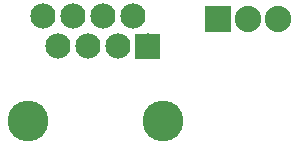
<source format=gbs>
G04 MADE WITH FRITZING*
G04 WWW.FRITZING.ORG*
G04 DOUBLE SIDED*
G04 HOLES PLATED*
G04 CONTOUR ON CENTER OF CONTOUR VECTOR*
%ASAXBY*%
%FSLAX23Y23*%
%MOIN*%
%OFA0B0*%
%SFA1.0B1.0*%
%ADD10C,0.088000*%
%ADD11C,0.084000*%
%ADD12C,0.135984*%
%ADD13R,0.088000X0.088000*%
%ADD14R,0.001000X0.001000*%
%LNMASK0*%
G90*
G70*
G54D10*
X728Y467D03*
X828Y467D03*
X928Y467D03*
G54D11*
X143Y475D03*
X193Y375D03*
X243Y475D03*
X343Y475D03*
X443Y475D03*
X293Y375D03*
X393Y375D03*
X493Y375D03*
G54D12*
X543Y125D03*
X93Y125D03*
G54D11*
X143Y475D03*
X193Y375D03*
X243Y475D03*
X343Y475D03*
X443Y475D03*
X293Y375D03*
X393Y375D03*
X493Y375D03*
G54D12*
X543Y125D03*
X93Y125D03*
G54D13*
X728Y467D03*
G54D14*
X451Y416D02*
X534Y416D01*
X451Y415D02*
X534Y415D01*
X451Y414D02*
X534Y414D01*
X451Y413D02*
X534Y413D01*
X451Y412D02*
X534Y412D01*
X451Y411D02*
X534Y411D01*
X451Y410D02*
X534Y410D01*
X451Y409D02*
X534Y409D01*
X451Y408D02*
X534Y408D01*
X451Y407D02*
X534Y407D01*
X451Y406D02*
X534Y406D01*
X451Y405D02*
X534Y405D01*
X451Y404D02*
X534Y404D01*
X451Y403D02*
X534Y403D01*
X451Y402D02*
X534Y402D01*
X451Y401D02*
X534Y401D01*
X451Y400D02*
X534Y400D01*
X451Y399D02*
X534Y399D01*
X451Y398D02*
X534Y398D01*
X451Y397D02*
X534Y397D01*
X451Y396D02*
X534Y396D01*
X451Y395D02*
X534Y395D01*
X451Y394D02*
X534Y394D01*
X451Y393D02*
X534Y393D01*
X451Y392D02*
X534Y392D01*
X451Y391D02*
X534Y391D01*
X451Y390D02*
X534Y390D01*
X451Y389D02*
X487Y389D01*
X497Y389D02*
X534Y389D01*
X451Y388D02*
X485Y388D01*
X499Y388D02*
X534Y388D01*
X451Y387D02*
X483Y387D01*
X501Y387D02*
X534Y387D01*
X451Y386D02*
X482Y386D01*
X502Y386D02*
X534Y386D01*
X451Y385D02*
X481Y385D01*
X503Y385D02*
X534Y385D01*
X451Y384D02*
X480Y384D01*
X504Y384D02*
X534Y384D01*
X451Y383D02*
X479Y383D01*
X505Y383D02*
X534Y383D01*
X451Y382D02*
X479Y382D01*
X506Y382D02*
X534Y382D01*
X451Y381D02*
X478Y381D01*
X506Y381D02*
X534Y381D01*
X451Y380D02*
X478Y380D01*
X507Y380D02*
X534Y380D01*
X451Y379D02*
X478Y379D01*
X507Y379D02*
X534Y379D01*
X451Y378D02*
X477Y378D01*
X507Y378D02*
X534Y378D01*
X451Y377D02*
X477Y377D01*
X507Y377D02*
X534Y377D01*
X451Y376D02*
X477Y376D01*
X507Y376D02*
X534Y376D01*
X451Y375D02*
X477Y375D01*
X507Y375D02*
X534Y375D01*
X451Y374D02*
X477Y374D01*
X507Y374D02*
X534Y374D01*
X451Y373D02*
X477Y373D01*
X507Y373D02*
X534Y373D01*
X451Y372D02*
X477Y372D01*
X507Y372D02*
X534Y372D01*
X451Y371D02*
X478Y371D01*
X507Y371D02*
X534Y371D01*
X451Y370D02*
X478Y370D01*
X507Y370D02*
X534Y370D01*
X451Y369D02*
X478Y369D01*
X506Y369D02*
X534Y369D01*
X451Y368D02*
X479Y368D01*
X506Y368D02*
X534Y368D01*
X451Y367D02*
X479Y367D01*
X505Y367D02*
X534Y367D01*
X451Y366D02*
X480Y366D01*
X504Y366D02*
X534Y366D01*
X451Y365D02*
X481Y365D01*
X503Y365D02*
X534Y365D01*
X451Y364D02*
X482Y364D01*
X502Y364D02*
X534Y364D01*
X451Y363D02*
X483Y363D01*
X501Y363D02*
X534Y363D01*
X451Y362D02*
X485Y362D01*
X500Y362D02*
X534Y362D01*
X451Y361D02*
X487Y361D01*
X497Y361D02*
X534Y361D01*
X451Y360D02*
X534Y360D01*
X451Y359D02*
X534Y359D01*
X451Y358D02*
X534Y358D01*
X451Y357D02*
X534Y357D01*
X451Y356D02*
X534Y356D01*
X451Y355D02*
X534Y355D01*
X451Y354D02*
X534Y354D01*
X451Y353D02*
X534Y353D01*
X451Y352D02*
X534Y352D01*
X451Y351D02*
X534Y351D01*
X451Y350D02*
X534Y350D01*
X451Y349D02*
X534Y349D01*
X451Y348D02*
X534Y348D01*
X451Y347D02*
X534Y347D01*
X451Y346D02*
X534Y346D01*
X451Y345D02*
X534Y345D01*
X451Y344D02*
X534Y344D01*
X451Y343D02*
X534Y343D01*
X451Y342D02*
X534Y342D01*
X451Y341D02*
X534Y341D01*
X451Y340D02*
X534Y340D01*
X451Y339D02*
X534Y339D01*
X451Y338D02*
X534Y338D01*
X451Y337D02*
X534Y337D01*
X451Y336D02*
X534Y336D01*
X451Y335D02*
X534Y335D01*
X451Y334D02*
X534Y334D01*
X451Y333D02*
X533Y333D01*
D02*
G04 End of Mask0*
M02*
</source>
